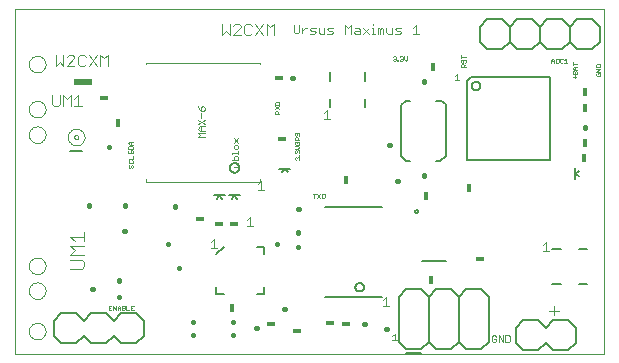
<source format=gto>
G75*
%MOIN*%
%OFA0B0*%
%FSLAX24Y24*%
%IPPOS*%
%LPD*%
%AMOC8*
5,1,8,0,0,1.08239X$1,22.5*
%
%ADD10C,0.0000*%
%ADD11C,0.0020*%
%ADD12C,0.0030*%
%ADD13C,0.0040*%
%ADD14C,0.0160*%
%ADD15C,0.0060*%
%ADD16C,0.0039*%
%ADD17C,0.0050*%
%ADD18R,0.0591X0.0236*%
%ADD19R,0.0160X0.0280*%
%ADD20C,0.0080*%
%ADD21R,0.0280X0.0160*%
%ADD22C,0.0010*%
D10*
X000260Y000270D02*
X000260Y011770D01*
X019910Y011770D01*
X019910Y000270D01*
X000260Y000270D01*
X000734Y001020D02*
X000736Y001053D01*
X000742Y001085D01*
X000751Y001116D01*
X000764Y001146D01*
X000781Y001174D01*
X000801Y001200D01*
X000824Y001224D01*
X000849Y001244D01*
X000877Y001262D01*
X000906Y001276D01*
X000937Y001286D01*
X000969Y001293D01*
X001002Y001296D01*
X001035Y001295D01*
X001067Y001290D01*
X001098Y001281D01*
X001129Y001269D01*
X001157Y001253D01*
X001184Y001234D01*
X001208Y001212D01*
X001229Y001187D01*
X001248Y001160D01*
X001263Y001131D01*
X001274Y001101D01*
X001282Y001069D01*
X001286Y001036D01*
X001286Y001004D01*
X001282Y000971D01*
X001274Y000939D01*
X001263Y000909D01*
X001248Y000880D01*
X001229Y000853D01*
X001208Y000828D01*
X001184Y000806D01*
X001157Y000787D01*
X001129Y000771D01*
X001098Y000759D01*
X001067Y000750D01*
X001035Y000745D01*
X001002Y000744D01*
X000969Y000747D01*
X000937Y000754D01*
X000906Y000764D01*
X000877Y000778D01*
X000849Y000796D01*
X000824Y000816D01*
X000801Y000840D01*
X000781Y000866D01*
X000764Y000894D01*
X000751Y000924D01*
X000742Y000955D01*
X000736Y000987D01*
X000734Y001020D01*
X000734Y002370D02*
X000736Y002403D01*
X000742Y002435D01*
X000751Y002466D01*
X000764Y002496D01*
X000781Y002524D01*
X000801Y002550D01*
X000824Y002574D01*
X000849Y002594D01*
X000877Y002612D01*
X000906Y002626D01*
X000937Y002636D01*
X000969Y002643D01*
X001002Y002646D01*
X001035Y002645D01*
X001067Y002640D01*
X001098Y002631D01*
X001129Y002619D01*
X001157Y002603D01*
X001184Y002584D01*
X001208Y002562D01*
X001229Y002537D01*
X001248Y002510D01*
X001263Y002481D01*
X001274Y002451D01*
X001282Y002419D01*
X001286Y002386D01*
X001286Y002354D01*
X001282Y002321D01*
X001274Y002289D01*
X001263Y002259D01*
X001248Y002230D01*
X001229Y002203D01*
X001208Y002178D01*
X001184Y002156D01*
X001157Y002137D01*
X001129Y002121D01*
X001098Y002109D01*
X001067Y002100D01*
X001035Y002095D01*
X001002Y002094D01*
X000969Y002097D01*
X000937Y002104D01*
X000906Y002114D01*
X000877Y002128D01*
X000849Y002146D01*
X000824Y002166D01*
X000801Y002190D01*
X000781Y002216D01*
X000764Y002244D01*
X000751Y002274D01*
X000742Y002305D01*
X000736Y002337D01*
X000734Y002370D01*
X000734Y003200D02*
X000736Y003233D01*
X000742Y003265D01*
X000751Y003296D01*
X000764Y003326D01*
X000781Y003354D01*
X000801Y003380D01*
X000824Y003404D01*
X000849Y003424D01*
X000877Y003442D01*
X000906Y003456D01*
X000937Y003466D01*
X000969Y003473D01*
X001002Y003476D01*
X001035Y003475D01*
X001067Y003470D01*
X001098Y003461D01*
X001129Y003449D01*
X001157Y003433D01*
X001184Y003414D01*
X001208Y003392D01*
X001229Y003367D01*
X001248Y003340D01*
X001263Y003311D01*
X001274Y003281D01*
X001282Y003249D01*
X001286Y003216D01*
X001286Y003184D01*
X001282Y003151D01*
X001274Y003119D01*
X001263Y003089D01*
X001248Y003060D01*
X001229Y003033D01*
X001208Y003008D01*
X001184Y002986D01*
X001157Y002967D01*
X001129Y002951D01*
X001098Y002939D01*
X001067Y002930D01*
X001035Y002925D01*
X001002Y002924D01*
X000969Y002927D01*
X000937Y002934D01*
X000906Y002944D01*
X000877Y002958D01*
X000849Y002976D01*
X000824Y002996D01*
X000801Y003020D01*
X000781Y003046D01*
X000764Y003074D01*
X000751Y003104D01*
X000742Y003135D01*
X000736Y003167D01*
X000734Y003200D01*
X000734Y007570D02*
X000736Y007603D01*
X000742Y007635D01*
X000751Y007666D01*
X000764Y007696D01*
X000781Y007724D01*
X000801Y007750D01*
X000824Y007774D01*
X000849Y007794D01*
X000877Y007812D01*
X000906Y007826D01*
X000937Y007836D01*
X000969Y007843D01*
X001002Y007846D01*
X001035Y007845D01*
X001067Y007840D01*
X001098Y007831D01*
X001129Y007819D01*
X001157Y007803D01*
X001184Y007784D01*
X001208Y007762D01*
X001229Y007737D01*
X001248Y007710D01*
X001263Y007681D01*
X001274Y007651D01*
X001282Y007619D01*
X001286Y007586D01*
X001286Y007554D01*
X001282Y007521D01*
X001274Y007489D01*
X001263Y007459D01*
X001248Y007430D01*
X001229Y007403D01*
X001208Y007378D01*
X001184Y007356D01*
X001157Y007337D01*
X001129Y007321D01*
X001098Y007309D01*
X001067Y007300D01*
X001035Y007295D01*
X001002Y007294D01*
X000969Y007297D01*
X000937Y007304D01*
X000906Y007314D01*
X000877Y007328D01*
X000849Y007346D01*
X000824Y007366D01*
X000801Y007390D01*
X000781Y007416D01*
X000764Y007444D01*
X000751Y007474D01*
X000742Y007505D01*
X000736Y007537D01*
X000734Y007570D01*
X000734Y008420D02*
X000736Y008453D01*
X000742Y008485D01*
X000751Y008516D01*
X000764Y008546D01*
X000781Y008574D01*
X000801Y008600D01*
X000824Y008624D01*
X000849Y008644D01*
X000877Y008662D01*
X000906Y008676D01*
X000937Y008686D01*
X000969Y008693D01*
X001002Y008696D01*
X001035Y008695D01*
X001067Y008690D01*
X001098Y008681D01*
X001129Y008669D01*
X001157Y008653D01*
X001184Y008634D01*
X001208Y008612D01*
X001229Y008587D01*
X001248Y008560D01*
X001263Y008531D01*
X001274Y008501D01*
X001282Y008469D01*
X001286Y008436D01*
X001286Y008404D01*
X001282Y008371D01*
X001274Y008339D01*
X001263Y008309D01*
X001248Y008280D01*
X001229Y008253D01*
X001208Y008228D01*
X001184Y008206D01*
X001157Y008187D01*
X001129Y008171D01*
X001098Y008159D01*
X001067Y008150D01*
X001035Y008145D01*
X001002Y008144D01*
X000969Y008147D01*
X000937Y008154D01*
X000906Y008164D01*
X000877Y008178D01*
X000849Y008196D01*
X000824Y008216D01*
X000801Y008240D01*
X000781Y008266D01*
X000764Y008294D01*
X000751Y008324D01*
X000742Y008355D01*
X000736Y008387D01*
X000734Y008420D01*
X000734Y009920D02*
X000736Y009953D01*
X000742Y009985D01*
X000751Y010016D01*
X000764Y010046D01*
X000781Y010074D01*
X000801Y010100D01*
X000824Y010124D01*
X000849Y010144D01*
X000877Y010162D01*
X000906Y010176D01*
X000937Y010186D01*
X000969Y010193D01*
X001002Y010196D01*
X001035Y010195D01*
X001067Y010190D01*
X001098Y010181D01*
X001129Y010169D01*
X001157Y010153D01*
X001184Y010134D01*
X001208Y010112D01*
X001229Y010087D01*
X001248Y010060D01*
X001263Y010031D01*
X001274Y010001D01*
X001282Y009969D01*
X001286Y009936D01*
X001286Y009904D01*
X001282Y009871D01*
X001274Y009839D01*
X001263Y009809D01*
X001248Y009780D01*
X001229Y009753D01*
X001208Y009728D01*
X001184Y009706D01*
X001157Y009687D01*
X001129Y009671D01*
X001098Y009659D01*
X001067Y009650D01*
X001035Y009645D01*
X001002Y009644D01*
X000969Y009647D01*
X000937Y009654D01*
X000906Y009664D01*
X000877Y009678D01*
X000849Y009696D01*
X000824Y009716D01*
X000801Y009740D01*
X000781Y009766D01*
X000764Y009794D01*
X000751Y009824D01*
X000742Y009855D01*
X000736Y009887D01*
X000734Y009920D01*
D11*
X006368Y008510D02*
X006404Y008436D01*
X006478Y008363D01*
X006478Y008473D01*
X006514Y008510D01*
X006551Y008510D01*
X006588Y008473D01*
X006588Y008399D01*
X006551Y008363D01*
X006478Y008363D01*
X006478Y008289D02*
X006478Y008142D01*
X006588Y008068D02*
X006368Y007921D01*
X006441Y007847D02*
X006588Y007847D01*
X006588Y007921D02*
X006368Y008068D01*
X006441Y007847D02*
X006368Y007773D01*
X006441Y007700D01*
X006588Y007700D01*
X006588Y007626D02*
X006368Y007626D01*
X006441Y007552D01*
X006368Y007479D01*
X006588Y007479D01*
X006478Y007700D02*
X006478Y007847D01*
X007563Y007452D02*
X007710Y007305D01*
X007673Y007231D02*
X007710Y007194D01*
X007710Y007121D01*
X007673Y007084D01*
X007600Y007084D01*
X007563Y007121D01*
X007563Y007194D01*
X007600Y007231D01*
X007673Y007231D01*
X007563Y007305D02*
X007710Y007452D01*
X007710Y007010D02*
X007710Y006937D01*
X007710Y006973D02*
X007490Y006973D01*
X007490Y006937D01*
X007563Y006826D02*
X007600Y006862D01*
X007673Y006862D01*
X007710Y006826D01*
X007710Y006716D01*
X007490Y006716D01*
X007563Y006716D02*
X007563Y006826D01*
X007563Y006641D02*
X007710Y006641D01*
X007710Y006531D01*
X007673Y006495D01*
X007563Y006495D01*
X014925Y009380D02*
X015072Y009380D01*
X014998Y009380D02*
X014998Y009600D01*
X014925Y009527D01*
X004221Y001870D02*
X004128Y001870D01*
X004128Y001730D01*
X004221Y001730D01*
X004174Y001800D02*
X004128Y001800D01*
X004074Y001730D02*
X003980Y001730D01*
X003980Y001870D01*
X003926Y001847D02*
X003926Y001823D01*
X003903Y001800D01*
X003833Y001800D01*
X003779Y001800D02*
X003686Y001800D01*
X003686Y001823D02*
X003732Y001870D01*
X003779Y001823D01*
X003779Y001730D01*
X003833Y001730D02*
X003903Y001730D01*
X003926Y001753D01*
X003926Y001777D01*
X003903Y001800D01*
X003926Y001847D02*
X003903Y001870D01*
X003833Y001870D01*
X003833Y001730D01*
X003686Y001730D02*
X003686Y001823D01*
X003632Y001870D02*
X003632Y001730D01*
X003538Y001870D01*
X003538Y001730D01*
X003484Y001730D02*
X003391Y001730D01*
X003391Y001870D01*
X003484Y001870D01*
X003438Y001800D02*
X003391Y001800D01*
X012850Y000867D02*
X012923Y000940D01*
X012923Y000720D01*
X012850Y000720D02*
X012997Y000720D01*
X016170Y000697D02*
X016207Y000660D01*
X016280Y000660D01*
X016317Y000697D01*
X016317Y000770D01*
X016243Y000770D01*
X016170Y000843D02*
X016170Y000697D01*
X016391Y000660D02*
X016391Y000880D01*
X016538Y000660D01*
X016538Y000880D01*
X016612Y000880D02*
X016722Y000880D01*
X016759Y000843D01*
X016759Y000697D01*
X016722Y000660D01*
X016612Y000660D01*
X016612Y000880D01*
X016317Y000843D02*
X016280Y000880D01*
X016207Y000880D01*
X016170Y000843D01*
D12*
X012734Y001860D02*
X012540Y001860D01*
X012637Y001860D02*
X012637Y002150D01*
X012540Y002054D01*
X008189Y004520D02*
X007995Y004520D01*
X008092Y004520D02*
X008092Y004810D01*
X007995Y004714D01*
X006892Y004090D02*
X006892Y003800D01*
X006795Y003800D02*
X006989Y003800D01*
X006795Y003994D02*
X006892Y004090D01*
X008375Y005740D02*
X008569Y005740D01*
X008472Y005740D02*
X008472Y006030D01*
X008375Y005934D01*
X010575Y008100D02*
X010769Y008100D01*
X010672Y008100D02*
X010672Y008390D01*
X010575Y008294D01*
X008900Y010900D02*
X008900Y011270D01*
X008777Y011147D01*
X008653Y011270D01*
X008653Y010900D01*
X008532Y010900D02*
X008285Y011270D01*
X008164Y011209D02*
X008102Y011270D01*
X007978Y011270D01*
X007917Y011209D01*
X007917Y010962D01*
X007978Y010900D01*
X008102Y010900D01*
X008164Y010962D01*
X008285Y010900D02*
X008532Y011270D01*
X007795Y011209D02*
X007795Y011147D01*
X007548Y010900D01*
X007795Y010900D01*
X007427Y010900D02*
X007427Y011270D01*
X007548Y011209D02*
X007610Y011270D01*
X007733Y011270D01*
X007795Y011209D01*
X007427Y010900D02*
X007303Y011023D01*
X007180Y010900D01*
X007180Y011270D01*
X009556Y011235D02*
X009555Y010993D01*
X009603Y010945D01*
X009700Y010944D01*
X009749Y010993D01*
X009750Y011235D01*
X009850Y011137D02*
X009850Y010944D01*
X009850Y011041D02*
X009947Y011137D01*
X009995Y011137D01*
X010096Y011088D02*
X010144Y011136D01*
X010289Y011136D01*
X010391Y011136D02*
X010390Y010990D01*
X010438Y010942D01*
X010583Y010941D01*
X010584Y011135D01*
X010685Y011086D02*
X010734Y011134D01*
X010879Y011134D01*
X010830Y011037D02*
X010733Y011038D01*
X010685Y011086D01*
X010685Y010941D02*
X010830Y010940D01*
X010878Y010989D01*
X010830Y011037D01*
X011274Y010939D02*
X011275Y011229D01*
X011371Y011132D01*
X011468Y011229D01*
X011467Y010938D01*
X011569Y010986D02*
X011617Y011034D01*
X011762Y011034D01*
X011762Y011082D02*
X011762Y010937D01*
X011617Y010938D01*
X011569Y010986D01*
X011618Y011131D02*
X011714Y011131D01*
X011762Y011082D01*
X011864Y011130D02*
X012057Y010936D01*
X012158Y010936D02*
X012255Y010936D01*
X012206Y010936D02*
X012207Y011129D01*
X012158Y011129D01*
X012057Y011130D02*
X011863Y010937D01*
X012207Y011226D02*
X012207Y011274D01*
X012355Y011129D02*
X012403Y011129D01*
X012451Y011080D01*
X012500Y011128D01*
X012548Y011080D01*
X012548Y010934D01*
X012451Y010935D02*
X012451Y011080D01*
X012355Y011129D02*
X012354Y010935D01*
X012649Y010983D02*
X012697Y010934D01*
X012842Y010933D01*
X012843Y011127D01*
X012944Y011078D02*
X012993Y011126D01*
X013138Y011126D01*
X013089Y011029D02*
X012992Y011030D01*
X012944Y011078D01*
X012944Y010933D02*
X013089Y010933D01*
X013137Y010981D01*
X013089Y011029D01*
X012649Y010983D02*
X012650Y011128D01*
X013533Y011125D02*
X013631Y011221D01*
X013630Y010931D01*
X013726Y010930D02*
X013533Y010931D01*
X010289Y010991D02*
X010241Y011039D01*
X010144Y011040D01*
X010096Y011088D01*
X010095Y010943D02*
X010240Y010943D01*
X010289Y010991D01*
X003355Y010235D02*
X003355Y009865D01*
X003108Y009865D02*
X003108Y010235D01*
X003232Y010112D01*
X003355Y010235D01*
X002987Y010235D02*
X002740Y009865D01*
X002619Y009927D02*
X002557Y009865D01*
X002433Y009865D01*
X002372Y009927D01*
X002372Y010174D01*
X002433Y010235D01*
X002557Y010235D01*
X002619Y010174D01*
X002740Y010235D02*
X002987Y009865D01*
X002250Y009865D02*
X002003Y009865D01*
X002250Y010112D01*
X002250Y010174D01*
X002188Y010235D01*
X002065Y010235D01*
X002003Y010174D01*
X001882Y010235D02*
X001882Y009865D01*
X001758Y009988D01*
X001635Y009865D01*
X001635Y010235D01*
X001752Y008890D02*
X001752Y008582D01*
X001690Y008520D01*
X001567Y008520D01*
X001505Y008582D01*
X001505Y008890D01*
X001873Y008890D02*
X001997Y008767D01*
X002120Y008890D01*
X002120Y008520D01*
X002242Y008520D02*
X002489Y008520D01*
X002365Y008520D02*
X002365Y008890D01*
X002242Y008767D01*
X001873Y008890D02*
X001873Y008520D01*
X017860Y003899D02*
X017957Y003995D01*
X017957Y003705D01*
X017860Y003705D02*
X018054Y003705D01*
D13*
X018233Y001854D02*
X018233Y001547D01*
X018080Y001700D02*
X018387Y001700D01*
X002575Y003177D02*
X002498Y003100D01*
X002115Y003100D01*
X002575Y003177D02*
X002575Y003330D01*
X002498Y003407D01*
X002115Y003407D01*
X002115Y003560D02*
X002268Y003714D01*
X002115Y003867D01*
X002575Y003867D01*
X002575Y004021D02*
X002575Y004328D01*
X002575Y004174D02*
X002115Y004174D01*
X002268Y004021D01*
X002115Y003560D02*
X002575Y003560D01*
X002241Y007490D02*
X002243Y007506D01*
X002248Y007521D01*
X002257Y007534D01*
X002269Y007545D01*
X002283Y007553D01*
X002298Y007558D01*
X002314Y007559D01*
X002330Y007556D01*
X002344Y007550D01*
X002357Y007540D01*
X002368Y007528D01*
X002375Y007514D01*
X002379Y007498D01*
X002379Y007482D01*
X002375Y007466D01*
X002368Y007452D01*
X002357Y007440D01*
X002345Y007430D01*
X002330Y007424D01*
X002314Y007421D01*
X002298Y007422D01*
X002283Y007427D01*
X002269Y007435D01*
X002257Y007446D01*
X002248Y007459D01*
X002243Y007474D01*
X002241Y007490D01*
X002034Y007490D02*
X002036Y007523D01*
X002042Y007555D01*
X002051Y007586D01*
X002064Y007616D01*
X002081Y007644D01*
X002101Y007670D01*
X002124Y007694D01*
X002149Y007714D01*
X002177Y007732D01*
X002206Y007746D01*
X002237Y007756D01*
X002269Y007763D01*
X002302Y007766D01*
X002335Y007765D01*
X002367Y007760D01*
X002398Y007751D01*
X002429Y007739D01*
X002457Y007723D01*
X002484Y007704D01*
X002508Y007682D01*
X002529Y007657D01*
X002548Y007630D01*
X002563Y007601D01*
X002574Y007571D01*
X002582Y007539D01*
X002586Y007506D01*
X002586Y007474D01*
X002582Y007441D01*
X002574Y007409D01*
X002563Y007379D01*
X002548Y007350D01*
X002529Y007323D01*
X002508Y007298D01*
X002484Y007276D01*
X002457Y007257D01*
X002429Y007241D01*
X002398Y007229D01*
X002367Y007220D01*
X002335Y007215D01*
X002302Y007214D01*
X002269Y007217D01*
X002237Y007224D01*
X002206Y007234D01*
X002177Y007248D01*
X002149Y007266D01*
X002124Y007286D01*
X002101Y007310D01*
X002081Y007336D01*
X002064Y007364D01*
X002051Y007394D01*
X002042Y007425D01*
X002036Y007457D01*
X002034Y007490D01*
D14*
X003393Y007175D02*
X003417Y007175D01*
X003945Y005227D02*
X003945Y005203D01*
X002730Y005227D02*
X002730Y005203D01*
X003913Y004360D02*
X003937Y004360D01*
X005360Y003937D02*
X005360Y003913D01*
X005723Y003115D02*
X005747Y003115D01*
X003725Y002712D02*
X003725Y002688D01*
X003725Y002172D02*
X003725Y002148D01*
X002857Y002435D02*
X002833Y002435D01*
X006210Y001342D02*
X006210Y001318D01*
X006210Y000902D02*
X006210Y000878D01*
X007535Y000878D02*
X007535Y000902D01*
X007535Y001318D02*
X007535Y001342D01*
X008318Y001125D02*
X008342Y001125D01*
X009243Y001775D02*
X009267Y001775D01*
X011898Y001270D02*
X011922Y001270D01*
X012638Y001085D02*
X012662Y001085D01*
X009705Y003813D02*
X009705Y003837D01*
X009705Y004303D02*
X009705Y004327D01*
X009017Y003915D02*
X008993Y003915D01*
X009713Y005105D02*
X009737Y005105D01*
X013018Y006035D02*
X013042Y006035D01*
X013910Y006208D02*
X013910Y006232D01*
X012772Y007225D02*
X012748Y007225D01*
X013905Y009338D02*
X013905Y009362D01*
X009522Y009470D02*
X009498Y009470D01*
X005615Y005197D02*
X005615Y005173D01*
X019260Y007788D02*
X019260Y007812D01*
D15*
X018090Y006740D02*
X015330Y006740D01*
X015330Y009360D01*
X015470Y009500D01*
X018090Y009500D01*
X018090Y006740D01*
X015489Y009200D02*
X015491Y009223D01*
X015497Y009246D01*
X015506Y009267D01*
X015519Y009287D01*
X015535Y009304D01*
X015553Y009318D01*
X015573Y009329D01*
X015595Y009337D01*
X015618Y009341D01*
X015642Y009341D01*
X015665Y009337D01*
X015687Y009329D01*
X015707Y009318D01*
X015725Y009304D01*
X015741Y009287D01*
X015754Y009267D01*
X015763Y009246D01*
X015769Y009223D01*
X015771Y009200D01*
X015769Y009177D01*
X015763Y009154D01*
X015754Y009133D01*
X015741Y009113D01*
X015725Y009096D01*
X015707Y009082D01*
X015687Y009071D01*
X015665Y009063D01*
X015642Y009059D01*
X015618Y009059D01*
X015595Y009063D01*
X015573Y009071D01*
X015553Y009082D01*
X015535Y009096D01*
X015519Y009113D01*
X015506Y009133D01*
X015497Y009154D01*
X015491Y009177D01*
X015489Y009200D01*
X016010Y010420D02*
X016510Y010420D01*
X016760Y010670D01*
X017010Y010420D01*
X017510Y010420D01*
X017760Y010670D01*
X017760Y011170D01*
X017510Y011420D01*
X017010Y011420D01*
X016760Y011170D01*
X016760Y010670D01*
X016010Y010420D02*
X015760Y010670D01*
X015760Y011170D01*
X016010Y011420D01*
X016510Y011420D01*
X016760Y011170D01*
X017760Y011170D02*
X018010Y011420D01*
X018510Y011420D01*
X018760Y011170D01*
X019010Y011420D01*
X019510Y011420D01*
X019760Y011170D01*
X019760Y010670D01*
X019510Y010420D01*
X019010Y010420D01*
X018760Y010670D01*
X018510Y010420D01*
X018010Y010420D01*
X017760Y010670D01*
X018760Y010670D02*
X018760Y011170D01*
D16*
X008448Y009969D02*
X008448Y009910D01*
X008448Y009969D02*
X004629Y009969D01*
X004629Y009910D01*
X004629Y006091D02*
X004629Y005992D01*
X008448Y005992D01*
X008448Y006091D01*
D17*
X007423Y006465D02*
X007425Y006490D01*
X007431Y006514D01*
X007440Y006537D01*
X007453Y006558D01*
X007470Y006577D01*
X007489Y006594D01*
X007510Y006607D01*
X007533Y006616D01*
X007557Y006622D01*
X007582Y006624D01*
X007607Y006622D01*
X007631Y006616D01*
X007654Y006607D01*
X007675Y006594D01*
X007694Y006577D01*
X007711Y006558D01*
X007724Y006537D01*
X007733Y006514D01*
X007739Y006490D01*
X007741Y006465D01*
X007739Y006440D01*
X007733Y006416D01*
X007724Y006393D01*
X007711Y006372D01*
X007694Y006353D01*
X007675Y006336D01*
X007654Y006323D01*
X007631Y006314D01*
X007607Y006308D01*
X007582Y006306D01*
X007557Y006308D01*
X007533Y006314D01*
X007510Y006323D01*
X007489Y006336D01*
X007470Y006353D01*
X007453Y006372D01*
X007440Y006393D01*
X007431Y006416D01*
X007425Y006440D01*
X007423Y006465D01*
X010615Y005166D02*
X012505Y005166D01*
X013608Y005010D02*
X013610Y005023D01*
X013615Y005035D01*
X013624Y005045D01*
X013635Y005052D01*
X013647Y005056D01*
X013661Y005056D01*
X013673Y005052D01*
X013684Y005045D01*
X013693Y005035D01*
X013698Y005023D01*
X013700Y005010D01*
X013698Y004997D01*
X013693Y004985D01*
X013684Y004975D01*
X013673Y004968D01*
X013661Y004964D01*
X013647Y004964D01*
X013635Y004968D01*
X013624Y004975D01*
X013615Y004985D01*
X013610Y004997D01*
X013608Y005010D01*
X013851Y003373D02*
X014639Y003373D01*
X012505Y002174D02*
X010615Y002174D01*
X011615Y002489D02*
X011617Y002512D01*
X011623Y002535D01*
X011632Y002557D01*
X011645Y002576D01*
X011661Y002593D01*
X011679Y002608D01*
X011700Y002619D01*
X011722Y002627D01*
X011745Y002631D01*
X011769Y002631D01*
X011792Y002627D01*
X011814Y002619D01*
X011835Y002608D01*
X011853Y002593D01*
X011869Y002576D01*
X011882Y002557D01*
X011891Y002535D01*
X011897Y002512D01*
X011899Y002489D01*
X011897Y002466D01*
X011891Y002443D01*
X011882Y002421D01*
X011869Y002402D01*
X011853Y002385D01*
X011835Y002370D01*
X011814Y002359D01*
X011792Y002351D01*
X011769Y002347D01*
X011745Y002347D01*
X011722Y002351D01*
X011700Y002359D01*
X011679Y002370D01*
X011661Y002385D01*
X011645Y002402D01*
X011632Y002421D01*
X011623Y002443D01*
X011617Y002466D01*
X011615Y002489D01*
X008557Y002504D02*
X008557Y002268D01*
X008321Y002268D01*
X007219Y002268D02*
X006983Y002268D01*
X006983Y002504D01*
X006983Y003586D02*
X007239Y003842D01*
X008321Y003842D02*
X008557Y003842D01*
X008557Y003606D01*
X013133Y006853D02*
X013290Y006695D01*
X013448Y006695D01*
X013133Y006853D02*
X013133Y008546D01*
X013290Y008703D01*
X013448Y008703D01*
X014314Y008703D02*
X014471Y008703D01*
X014629Y008585D01*
X014629Y006853D01*
X014432Y006695D01*
X014314Y006695D01*
D18*
X002528Y009332D03*
D19*
X003695Y007970D03*
X011310Y006070D03*
X013955Y005525D03*
X015390Y005800D03*
X019250Y006780D03*
X019255Y007285D03*
X019260Y008470D03*
X019265Y008985D03*
X014210Y009830D03*
X014150Y002720D03*
X007505Y001795D03*
D20*
X004560Y001360D02*
X004560Y000860D01*
X004310Y000610D01*
X003810Y000610D01*
X003560Y000860D01*
X003310Y000610D01*
X002810Y000610D01*
X002560Y000860D01*
X002310Y000610D01*
X001810Y000610D01*
X001560Y000860D01*
X001560Y001360D01*
X001810Y001610D01*
X002310Y001610D01*
X002560Y001360D01*
X002810Y001610D01*
X003310Y001610D01*
X003560Y001360D01*
X003810Y001610D01*
X004310Y001610D01*
X004560Y001360D01*
X006989Y005435D02*
X007065Y005551D01*
X007075Y005557D02*
X007167Y005435D01*
X007256Y005557D02*
X007075Y005557D01*
X006894Y005557D01*
X007394Y005562D02*
X007575Y005562D01*
X007667Y005440D01*
X007756Y005562D02*
X007575Y005562D01*
X007565Y005556D02*
X007489Y005440D01*
X009084Y006442D02*
X009265Y006442D01*
X009357Y006320D01*
X009446Y006442D02*
X009265Y006442D01*
X009255Y006436D02*
X009179Y006320D01*
X010779Y008489D02*
X010779Y008776D01*
X010779Y009364D02*
X010779Y009651D01*
X011941Y009651D02*
X011941Y009364D01*
X011941Y008776D02*
X011941Y008489D01*
X018943Y006451D02*
X018943Y006270D01*
X019065Y006362D01*
X018943Y006270D02*
X018943Y006089D01*
X019065Y006184D02*
X018949Y006260D01*
X019054Y003751D02*
X019341Y003751D01*
X018466Y003751D02*
X018179Y003751D01*
X018179Y002589D02*
X018466Y002589D01*
X019054Y002589D02*
X019341Y002589D01*
X018715Y001380D02*
X018215Y001380D01*
X017965Y001130D01*
X017715Y001380D01*
X017215Y001380D01*
X016965Y001130D01*
X016965Y000630D01*
X017215Y000380D01*
X017715Y000380D01*
X017965Y000630D01*
X018215Y000380D01*
X018715Y000380D01*
X018965Y000630D01*
X018965Y001130D01*
X018715Y001380D01*
X016060Y000670D02*
X016060Y002170D01*
X015810Y002420D01*
X015310Y002420D01*
X015060Y002170D01*
X015060Y000670D01*
X015310Y000420D01*
X015810Y000420D01*
X016060Y000670D01*
X015060Y000670D02*
X014810Y000420D01*
X014310Y000420D01*
X014060Y000670D01*
X014060Y002170D01*
X014310Y002420D01*
X014810Y002420D01*
X015060Y002170D01*
X014060Y002170D02*
X013810Y002420D01*
X013310Y002420D01*
X013060Y002170D01*
X013060Y000670D01*
X013310Y000420D01*
X013810Y000420D01*
X014060Y000670D01*
X013810Y000288D02*
X013310Y000288D01*
X002507Y007018D02*
X002113Y007018D01*
D21*
X003245Y008800D03*
X009060Y009470D03*
X009160Y007420D03*
X006445Y004775D03*
X007075Y004585D03*
X007575Y004580D03*
X008800Y001260D03*
X009675Y001015D03*
X010775Y001290D03*
X011310Y001270D03*
X015755Y003415D03*
D22*
X010587Y005483D02*
X010587Y005583D01*
X010562Y005608D01*
X010487Y005608D01*
X010487Y005458D01*
X010562Y005458D01*
X010587Y005483D01*
X010439Y005458D02*
X010339Y005608D01*
X010292Y005608D02*
X010192Y005608D01*
X010242Y005608D02*
X010242Y005458D01*
X010339Y005458D02*
X010439Y005608D01*
X009722Y006727D02*
X009747Y006752D01*
X009747Y006802D01*
X009722Y006827D01*
X009697Y006827D01*
X009672Y006802D01*
X009672Y006777D01*
X009672Y006802D02*
X009647Y006827D01*
X009622Y006827D01*
X009597Y006802D01*
X009597Y006752D01*
X009622Y006727D01*
X009722Y006874D02*
X009722Y006899D01*
X009747Y006899D01*
X009747Y006874D01*
X009722Y006874D01*
X009722Y006948D02*
X009747Y006973D01*
X009747Y007023D01*
X009722Y007048D01*
X009697Y007048D01*
X009672Y007023D01*
X009672Y006998D01*
X009672Y007023D02*
X009647Y007048D01*
X009622Y007048D01*
X009597Y007023D01*
X009597Y006973D01*
X009622Y006948D01*
X009597Y007095D02*
X009697Y007095D01*
X009747Y007145D01*
X009697Y007195D01*
X009597Y007195D01*
X009622Y007243D02*
X009722Y007243D01*
X009747Y007268D01*
X009747Y007318D01*
X009722Y007343D01*
X009672Y007343D01*
X009672Y007293D01*
X009622Y007343D02*
X009597Y007318D01*
X009597Y007268D01*
X009622Y007243D01*
X009597Y007390D02*
X009597Y007465D01*
X009622Y007490D01*
X009672Y007490D01*
X009697Y007465D01*
X009697Y007390D01*
X009747Y007390D02*
X009597Y007390D01*
X009622Y007537D02*
X009647Y007537D01*
X009672Y007562D01*
X009672Y007612D01*
X009697Y007637D01*
X009722Y007637D01*
X009747Y007612D01*
X009747Y007562D01*
X009722Y007537D01*
X009622Y007537D02*
X009597Y007562D01*
X009597Y007612D01*
X009622Y007637D01*
X009082Y008267D02*
X008932Y008267D01*
X008932Y008342D01*
X008957Y008367D01*
X009007Y008367D01*
X009032Y008342D01*
X009032Y008267D01*
X009032Y008317D02*
X009082Y008367D01*
X009082Y008414D02*
X008932Y008514D01*
X008932Y008562D02*
X008932Y008637D01*
X008957Y008662D01*
X009057Y008662D01*
X009082Y008637D01*
X009082Y008562D01*
X008932Y008562D01*
X008932Y008414D02*
X009082Y008514D01*
X012867Y010058D02*
X012892Y010032D01*
X012943Y010032D01*
X012968Y010058D01*
X012968Y010083D01*
X012943Y010108D01*
X012918Y010108D01*
X012943Y010108D02*
X012968Y010133D01*
X012968Y010158D01*
X012943Y010183D01*
X012892Y010183D01*
X012867Y010158D01*
X013015Y010058D02*
X013040Y010058D01*
X013040Y010032D01*
X013015Y010032D01*
X013015Y010058D01*
X013088Y010058D02*
X013113Y010032D01*
X013164Y010032D01*
X013189Y010058D01*
X013189Y010083D01*
X013164Y010108D01*
X013139Y010108D01*
X013164Y010108D02*
X013189Y010133D01*
X013189Y010158D01*
X013164Y010183D01*
X013113Y010183D01*
X013088Y010158D01*
X013236Y010183D02*
X013236Y010083D01*
X013286Y010032D01*
X013336Y010083D01*
X013336Y010183D01*
X015137Y010166D02*
X015288Y010166D01*
X015262Y010069D02*
X015288Y010044D01*
X015288Y009993D01*
X015262Y009968D01*
X015288Y009921D02*
X015237Y009871D01*
X015237Y009896D02*
X015237Y009821D01*
X015288Y009821D02*
X015137Y009821D01*
X015137Y009896D01*
X015162Y009921D01*
X015212Y009921D01*
X015237Y009896D01*
X015187Y009968D02*
X015212Y009993D01*
X015212Y010044D01*
X015237Y010069D01*
X015262Y010069D01*
X015162Y010069D02*
X015137Y010044D01*
X015137Y009993D01*
X015162Y009968D01*
X015187Y009968D01*
X015137Y010116D02*
X015137Y010216D01*
X018142Y010053D02*
X018192Y010103D01*
X018242Y010053D01*
X018242Y009953D01*
X018289Y009953D02*
X018364Y009953D01*
X018389Y009978D01*
X018389Y010078D01*
X018364Y010103D01*
X018289Y010103D01*
X018289Y009953D01*
X018242Y010028D02*
X018142Y010028D01*
X018142Y010053D02*
X018142Y009953D01*
X018437Y009978D02*
X018437Y010078D01*
X018462Y010103D01*
X018512Y010103D01*
X018537Y010078D01*
X018584Y010053D02*
X018634Y010103D01*
X018634Y009953D01*
X018584Y009953D02*
X018684Y009953D01*
X018537Y009978D02*
X018512Y009953D01*
X018462Y009953D01*
X018437Y009978D01*
X018857Y009989D02*
X018857Y009889D01*
X018857Y009939D02*
X019007Y009939D01*
X019007Y009842D02*
X018907Y009842D01*
X018857Y009792D01*
X018907Y009742D01*
X019007Y009742D01*
X018982Y009694D02*
X019007Y009669D01*
X019007Y009594D01*
X018857Y009594D01*
X018857Y009669D01*
X018882Y009694D01*
X018907Y009694D01*
X018932Y009669D01*
X018932Y009594D01*
X018932Y009547D02*
X018932Y009447D01*
X018882Y009497D02*
X018982Y009497D01*
X018932Y009669D02*
X018957Y009694D01*
X018982Y009694D01*
X018932Y009742D02*
X018932Y009842D01*
X019632Y009822D02*
X019632Y009897D01*
X019657Y009922D01*
X019757Y009922D01*
X019782Y009897D01*
X019782Y009822D01*
X019632Y009822D01*
X019632Y009774D02*
X019782Y009774D01*
X019632Y009674D01*
X019782Y009674D01*
X019757Y009627D02*
X019707Y009627D01*
X019707Y009577D01*
X019657Y009627D02*
X019632Y009602D01*
X019632Y009552D01*
X019657Y009527D01*
X019757Y009527D01*
X019782Y009552D01*
X019782Y009602D01*
X019757Y009627D01*
X004198Y007341D02*
X004097Y007341D01*
X004047Y007291D01*
X004097Y007241D01*
X004198Y007241D01*
X004172Y007194D02*
X004072Y007194D01*
X004047Y007169D01*
X004047Y007093D01*
X004198Y007093D01*
X004198Y007169D01*
X004172Y007194D01*
X004122Y007241D02*
X004122Y007341D01*
X004147Y007046D02*
X004172Y007046D01*
X004198Y007021D01*
X004198Y006971D01*
X004172Y006946D01*
X004122Y006971D02*
X004097Y006946D01*
X004072Y006946D01*
X004047Y006971D01*
X004047Y007021D01*
X004072Y007046D01*
X004122Y007021D02*
X004147Y007046D01*
X004122Y007021D02*
X004122Y006971D01*
X004207Y006862D02*
X004207Y006762D01*
X004057Y006762D01*
X004082Y006714D02*
X004057Y006689D01*
X004057Y006639D01*
X004082Y006614D01*
X004182Y006614D01*
X004207Y006639D01*
X004207Y006689D01*
X004182Y006714D01*
X004182Y006567D02*
X004207Y006542D01*
X004207Y006492D01*
X004182Y006467D01*
X004132Y006492D02*
X004107Y006467D01*
X004082Y006467D01*
X004057Y006492D01*
X004057Y006542D01*
X004082Y006567D01*
X004132Y006542D02*
X004157Y006567D01*
X004182Y006567D01*
X004132Y006542D02*
X004132Y006492D01*
M02*

</source>
